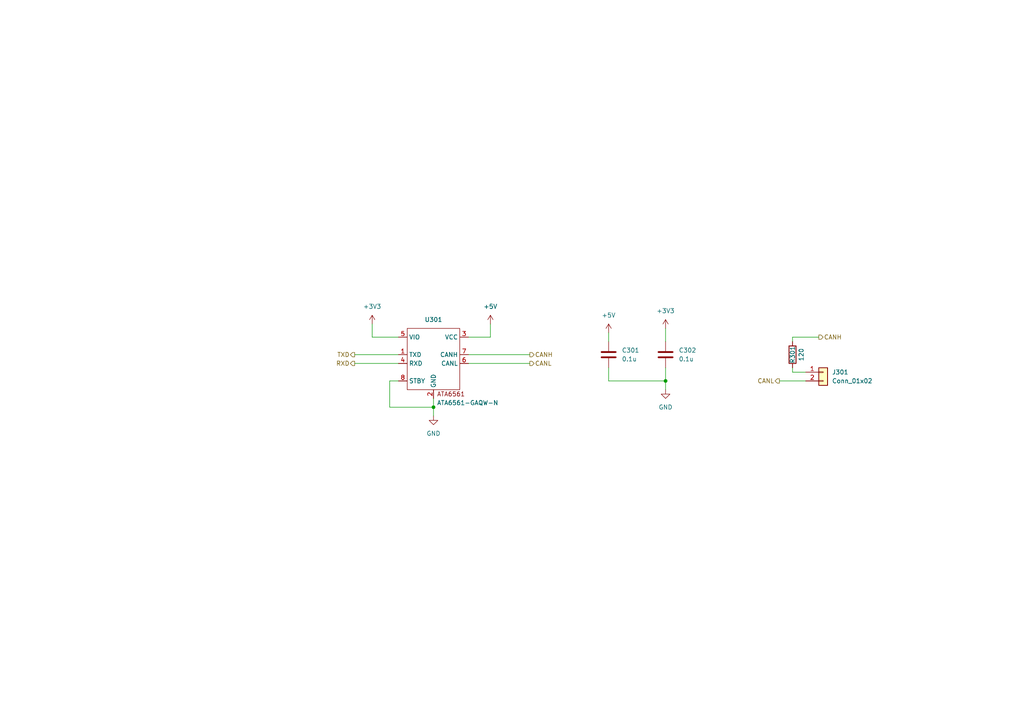
<source format=kicad_sch>
(kicad_sch (version 20231120) (generator "eeschema") (generator_version "8.0")
  (paper "A4")
  (lib_symbols
    (symbol "Connector_Generic:Conn_01x02" (pin_names (offset 1.016) hide)
      (property "Reference" "J" (at 0 2.54 0))
      (property "Value" "Conn_01x02" (at 0 -5.08 0))
      (symbol "Conn_01x02_1_1"
        (rectangle (start -1.27 -2.413) (end 0 -2.667) (stroke (width 0.1524)))
        (rectangle (start -1.27 0.127) (end 0 -0.127) (stroke (width 0.1524)))
        (rectangle (start -1.27 1.27) (end 1.27 -3.81) (stroke (width 0.254)) (fill (type background)))
        (pin passive line (at -5.08 0 0) (length 3.81) (name "Pin_1") (number "1"))
        (pin passive line (at -5.08 -2.54 0) (length 3.81) (name "Pin_2") (number "2"))
      )
    )
    (symbol "Device:C" (pin_numbers hide) (pin_names (offset 0.254))
      (property "Reference" "C" (at 0.635 2.54 0))
      (property "Value" "C" (at 0.635 -2.54 0))
      (symbol "C_0_1"
        (polyline (pts (xy -2.032 -0.762) (xy 2.032 -0.762)) (stroke (width 0.508)))
        (polyline (pts (xy -2.032 0.762) (xy 2.032 0.762)) (stroke (width 0.508)))
      )
      (symbol "C_1_1"
        (pin passive line (at 0 3.81 270) (length 2.794) (name "~") (number "1"))
        (pin passive line (at 0 -3.81 90) (length 2.794) (name "~") (number "2"))
      )
    )
    (symbol "Device:R" (pin_numbers hide) (pin_names (offset 0))
      (property "Reference" "R" (at 2.032 0 90))
      (property "Value" "R" (at 0 0 90))
      (symbol "R_0_1"
        (rectangle (start -1.016 -2.54) (end 1.016 2.54) (stroke (width 0.254)))
      )
      (symbol "R_1_1"
        (pin passive line (at 0 3.81 270) (length 1.27) (name "~") (number "1"))
        (pin passive line (at 0 -3.81 90) (length 1.27) (name "~") (number "2"))
      )
    )
    (symbol "ESC:ATA6561"
      (property "Reference" "U" (at -6.35 7.62 0))
      (symbol "ATA6561_0_0"
        (pin unspecified line (at -10.16 -1.27 0) (length 2.54) (name "TXD") (number "1"))
        (pin unspecified line (at 0 -13.97 90) (length 2.54) (name "GND") (number "2"))
        (pin unspecified line (at 10.16 3.81 180) (length 2.54) (name "VCC") (number "3"))
        (pin unspecified line (at -10.16 -3.81 0) (length 2.54) (name "RXD") (number "4"))
        (pin unspecified line (at 10.16 -3.81 180) (length 2.54) (name "CANL") (number "6"))
        (pin unspecified line (at 10.16 -1.27 180) (length 2.54) (name "CANH") (number "7"))
        (pin unspecified line (at -10.16 -8.89 0) (length 2.54) (name "STBY") (number "8"))
      )
      (symbol "ATA6561_0_1"
        (rectangle (start -7.62 6.35) (end 7.62 -11.43))
      )
      (symbol "ATA6561_1_0"
        (pin unspecified line (at -10.16 3.81 0) (length 2.54) (name "VIO") (number "5"))
      )
      (symbol "ATA6561_1_1"
        (text "ATA6561\n" (at 5.08 -12.7 0) (effects (font (size 1.27 1.27))))
      )
    )
    (symbol "power:+3V3" (power) (pin_names (offset 0))
      (property "Value" "+3V3" (at 0 3.556 0))
      (symbol "+3V3_0_1"
        (polyline (pts (xy -0.762 1.27) (xy 0 2.54)))
        (polyline (pts (xy 0 0) (xy 0 2.54)))
        (polyline (pts (xy 0 2.54) (xy 0.762 1.27)))
      )
      (symbol "+3V3_1_1"
        (pin power_in line (at 0 0 90) (length 0) hide (name "+3V3") (number "1"))
      )
    )
    (symbol "power:+5V" (power) (pin_names (offset 0))
      (property "Value" "+5V" (at 0 3.556 0))
      (symbol "+5V_0_1"
        (polyline (pts (xy -0.762 1.27) (xy 0 2.54)))
        (polyline (pts (xy 0 0) (xy 0 2.54)))
        (polyline (pts (xy 0 2.54) (xy 0.762 1.27)))
      )
      (symbol "+5V_1_1"
        (pin power_in line (at 0 0 90) (length 0) hide (name "+5V") (number "1"))
      )
    )
    (symbol "power:GND" (power) (pin_names (offset 0))
      (property "Value" "GND" (at 0 -3.81 0))
      (symbol "GND_0_1"
        (polyline (pts (xy 0 0) (xy 0 -1.27) (xy 1.27 -1.27) (xy 0 -2.54) (xy -1.27 -1.27) (xy 0 -1.27)))
      )
      (symbol "GND_1_1"
        (pin power_in line (at 0 0 270) (length 0) hide (name "GND") (number "1"))
      )
    )
  )
  (junction (at 125.73 118.11))
  (junction (at 193.04 110.49))
  (wire (pts (xy 135.89 105.41) (xy 153.67 105.41)))
  (wire (pts (xy 229.87 106.68) (xy 229.87 107.95)))
  (wire (pts (xy 176.53 106.68) (xy 176.53 110.49)))
  (wire (pts (xy 125.73 115.57) (xy 125.73 118.11)))
  (wire (pts (xy 102.87 102.87) (xy 115.57 102.87)))
  (wire (pts (xy 113.03 110.49) (xy 113.03 118.11)))
  (wire (pts (xy 102.87 105.41) (xy 115.57 105.41)))
  (wire (pts (xy 115.57 110.49) (xy 113.03 110.49)))
  (wire (pts (xy 229.87 97.79) (xy 229.87 99.06)))
  (wire (pts (xy 142.24 97.79) (xy 135.89 97.79)))
  (wire (pts (xy 107.95 97.79) (xy 115.57 97.79)))
  (wire (pts (xy 237.49 97.79) (xy 229.87 97.79)))
  (wire (pts (xy 193.04 110.49) (xy 193.04 113.03)))
  (wire (pts (xy 107.95 93.98) (xy 107.95 97.79)))
  (wire (pts (xy 226.06 110.49) (xy 233.68 110.49)))
  (wire (pts (xy 142.24 93.98) (xy 142.24 97.79)))
  (wire (pts (xy 229.87 107.95) (xy 233.68 107.95)))
  (wire (pts (xy 113.03 118.11) (xy 125.73 118.11)))
  (wire (pts (xy 193.04 106.68) (xy 193.04 110.49)))
  (wire (pts (xy 176.53 96.52) (xy 176.53 99.06)))
  (wire (pts (xy 125.73 118.11) (xy 125.73 120.65)))
  (wire (pts (xy 135.89 102.87) (xy 153.67 102.87)))
  (wire (pts (xy 193.04 95.25) (xy 193.04 99.06)))
  (wire (pts (xy 176.53 110.49) (xy 193.04 110.49)))
  (hierarchical_label "RXD" (shape output) (at 102.87 105.41 180))
  (hierarchical_label "TXD" (shape output) (at 102.87 102.87 180))
  (hierarchical_label "CANL" (shape output) (at 153.67 105.41 0))
  (hierarchical_label "CANH" (shape output) (at 153.67 102.87 0))
  (hierarchical_label "CANH" (shape output) (at 237.49 97.79 0))
  (hierarchical_label "CANL" (shape output) (at 226.06 110.49 180))
  (symbol (lib_id "Connector_Generic:Conn_01x02") (at 238.76 107.95 0) (unit 1)
    (property "Reference" "J301" (at 241.3 107.9499 0) (effects (justify left)))
    (property "Value" "Conn_01x02" (at 241.3 110.4899 0) (effects (justify left)))
    (property "Footprint" "Connector_PinHeader_2.54mm:PinHeader_1x02_P2.54mm_Vertical" (effects (hide yes)))
    (property "Description" "Generic connector, single row, 01x02, script generated (kicad-library-utils/schlib/autogen/connector/)" (effects (hide yes)))
  )
  (symbol (lib_id "Device:C") (at 193.04 102.87 0) (unit 1)
    (property "Reference" "C302" (at 196.85 101.6 0) (effects (justify left)))
    (property "Value" "0.1u" (at 196.85 104.14 0) (effects (justify left)))
    (property "Footprint" "Capacitor_SMD:C_0402_1005Metric_Pad0.74x0.62mm_HandSolder" (effects (hide yes)))
  )
  (symbol (lib_id "Device:C") (at 176.53 102.87 0) (unit 1)
    (property "Reference" "C301" (at 180.34 101.6 0) (effects (justify left)))
    (property "Value" "0.1u" (at 180.34 104.14 0) (effects (justify left)))
    (property "Footprint" "Capacitor_SMD:C_0402_1005Metric_Pad0.74x0.62mm_HandSolder" (effects (hide yes)))
  )
  (symbol (lib_id "power:+3V3") (at 193.04 95.25 0) (unit 1)
    (property "Reference" "#PWR0305" (effects (hide yes)))
    (property "Value" "+3V3" (at 193.04 90.17 0))
  )
  (symbol (lib_id "power:+3V3") (at 107.95 93.98 0) (unit 1)
    (property "Reference" "#PWR0301" (effects (hide yes)))
    (property "Value" "+3V3" (at 107.95 88.9 0))
  )
  (symbol (lib_id "power:GND") (at 193.04 113.03 0) (unit 1)
    (property "Reference" "#PWR0306" (effects (hide yes)))
    (property "Value" "GND" (at 193.04 118.11 0))
  )
  (symbol (lib_id "power:+5V") (at 142.24 93.98 0) (unit 1)
    (property "Reference" "#PWR0303" (effects (hide yes)))
    (property "Value" "+5V" (at 142.24 88.9 0))
  )
  (symbol (lib_id "ESC:ATA6561") (at 125.73 101.6 0) (unit 1)
    (property "Reference" "U301" (at 125.73 92.71 0))
    (property "Value" "ATA6561-GAQW-N" (at 135.636 116.84 0))
    (property "Footprint" "Package_SO:SOIC-8-1EP_3.9x4.9mm_P1.27mm_EP2.41x3.3mm" (effects (hide yes)))
  )
  (symbol (lib_id "Device:R") (at 229.87 102.87 180) (unit 1)
    (property "Reference" "R301" (at 229.87 102.87 90))
    (property "Value" "120" (at 232.41 102.87 90))
    (property "Footprint" "Resistor_SMD:R_0402_1005Metric_Pad0.72x0.64mm_HandSolder" (effects (hide yes)))
  )
  (symbol (lib_id "power:+5V") (at 176.53 96.52 0) (unit 1)
    (property "Reference" "#PWR0304" (effects (hide yes)))
    (property "Value" "+5V" (at 176.53 91.44 0))
  )
  (symbol (lib_id "power:GND") (at 125.73 120.65 0) (unit 1)
    (property "Reference" "#PWR0302" (effects (hide yes)))
    (property "Value" "GND" (at 125.73 125.73 0))
  )
)
</source>
